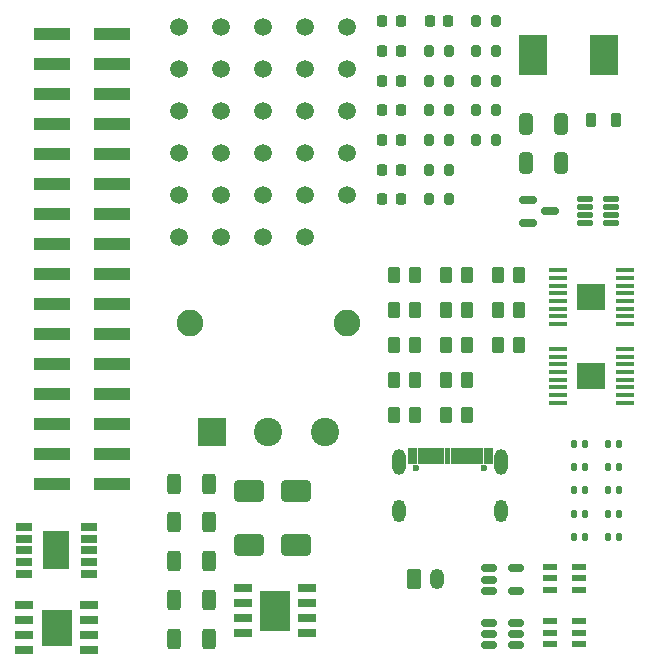
<source format=gbr>
%TF.GenerationSoftware,KiCad,Pcbnew,7.0.11*%
%TF.CreationDate,2025-03-27T12:24:41+02:00*%
%TF.ProjectId,Project,50726f6a-6563-4742-9e6b-696361645f70,rev?*%
%TF.SameCoordinates,Original*%
%TF.FileFunction,Soldermask,Top*%
%TF.FilePolarity,Negative*%
%FSLAX46Y46*%
G04 Gerber Fmt 4.6, Leading zero omitted, Abs format (unit mm)*
G04 Created by KiCad (PCBNEW 7.0.11) date 2025-03-27 12:24:41*
%MOMM*%
%LPD*%
G01*
G04 APERTURE LIST*
G04 Aperture macros list*
%AMRoundRect*
0 Rectangle with rounded corners*
0 $1 Rounding radius*
0 $2 $3 $4 $5 $6 $7 $8 $9 X,Y pos of 4 corners*
0 Add a 4 corners polygon primitive as box body*
4,1,4,$2,$3,$4,$5,$6,$7,$8,$9,$2,$3,0*
0 Add four circle primitives for the rounded corners*
1,1,$1+$1,$2,$3*
1,1,$1+$1,$4,$5*
1,1,$1+$1,$6,$7*
1,1,$1+$1,$8,$9*
0 Add four rect primitives between the rounded corners*
20,1,$1+$1,$2,$3,$4,$5,0*
20,1,$1+$1,$4,$5,$6,$7,0*
20,1,$1+$1,$6,$7,$8,$9,0*
20,1,$1+$1,$8,$9,$2,$3,0*%
G04 Aperture macros list end*
%ADD10C,0.010000*%
%ADD11RoundRect,0.100000X-0.687500X-0.100000X0.687500X-0.100000X0.687500X0.100000X-0.687500X0.100000X0*%
%ADD12R,2.460000X2.310000*%
%ADD13RoundRect,0.150000X-0.512500X-0.150000X0.512500X-0.150000X0.512500X0.150000X-0.512500X0.150000X0*%
%ADD14RoundRect,0.125000X-0.537500X-0.125000X0.537500X-0.125000X0.537500X0.125000X-0.537500X0.125000X0*%
%ADD15C,1.500000*%
%ADD16R,2.400000X2.400000*%
%ADD17C,2.400000*%
%ADD18C,2.250000*%
%ADD19RoundRect,0.250000X-0.312500X-0.625000X0.312500X-0.625000X0.312500X0.625000X-0.312500X0.625000X0*%
%ADD20RoundRect,0.200000X-0.200000X-0.275000X0.200000X-0.275000X0.200000X0.275000X-0.200000X0.275000X0*%
%ADD21RoundRect,0.250000X-0.262500X-0.450000X0.262500X-0.450000X0.262500X0.450000X-0.262500X0.450000X0*%
%ADD22RoundRect,0.150000X-0.587500X-0.150000X0.587500X-0.150000X0.587500X0.150000X-0.587500X0.150000X0*%
%ADD23RoundRect,0.218750X-0.218750X-0.381250X0.218750X-0.381250X0.218750X0.381250X-0.218750X0.381250X0*%
%ADD24R,2.350000X3.500000*%
%ADD25RoundRect,0.250000X-0.350000X-0.625000X0.350000X-0.625000X0.350000X0.625000X-0.350000X0.625000X0*%
%ADD26O,1.200000X1.750000*%
%ADD27C,0.600000*%
%ADD28O,1.104000X2.204000*%
%ADD29O,1.104000X1.904000*%
%ADD30R,3.150000X1.000000*%
%ADD31R,1.250000X0.600000*%
%ADD32R,1.525000X0.700000*%
%ADD33R,2.513000X3.402000*%
%ADD34R,1.525000X0.650000*%
%ADD35R,2.600000X3.100000*%
%ADD36R,1.400000X0.700000*%
%ADD37R,2.300000X3.200000*%
%ADD38RoundRect,0.250000X-1.000000X-0.650000X1.000000X-0.650000X1.000000X0.650000X-1.000000X0.650000X0*%
%ADD39RoundRect,0.250000X-0.325000X-0.650000X0.325000X-0.650000X0.325000X0.650000X-0.325000X0.650000X0*%
%ADD40RoundRect,0.225000X-0.225000X-0.250000X0.225000X-0.250000X0.225000X0.250000X-0.225000X0.250000X0*%
%ADD41RoundRect,0.140000X-0.140000X-0.170000X0.140000X-0.170000X0.140000X0.170000X-0.140000X0.170000X0*%
G04 APERTURE END LIST*
%TO.C,J2*%
D10*
X109433500Y-98950000D02*
X109033500Y-98950000D01*
X109033500Y-97710000D01*
X109433500Y-97710000D01*
X109433500Y-98950000D01*
G36*
X109433500Y-98950000D02*
G01*
X109033500Y-98950000D01*
X109033500Y-97710000D01*
X109433500Y-97710000D01*
X109433500Y-98950000D01*
G37*
X109933500Y-98950000D02*
X109533500Y-98950000D01*
X109533500Y-97710000D01*
X109933500Y-97710000D01*
X109933500Y-98950000D01*
G36*
X109933500Y-98950000D02*
G01*
X109533500Y-98950000D01*
X109533500Y-97710000D01*
X109933500Y-97710000D01*
X109933500Y-98950000D01*
G37*
X110433500Y-98950000D02*
X110033500Y-98950000D01*
X110033500Y-97710000D01*
X110433500Y-97710000D01*
X110433500Y-98950000D01*
G36*
X110433500Y-98950000D02*
G01*
X110033500Y-98950000D01*
X110033500Y-97710000D01*
X110433500Y-97710000D01*
X110433500Y-98950000D01*
G37*
X112933500Y-98950000D02*
X112533500Y-98950000D01*
X112533500Y-97710000D01*
X112933500Y-97710000D01*
X112933500Y-98950000D01*
G36*
X112933500Y-98950000D02*
G01*
X112533500Y-98950000D01*
X112533500Y-97710000D01*
X112933500Y-97710000D01*
X112933500Y-98950000D01*
G37*
X112433500Y-98950000D02*
X112033500Y-98950000D01*
X112033500Y-97710000D01*
X112433500Y-97710000D01*
X112433500Y-98950000D01*
G36*
X112433500Y-98950000D02*
G01*
X112033500Y-98950000D01*
X112033500Y-97710000D01*
X112433500Y-97710000D01*
X112433500Y-98950000D01*
G37*
X111933500Y-98950000D02*
X111533500Y-98950000D01*
X111533500Y-97710000D01*
X111933500Y-97710000D01*
X111933500Y-98950000D01*
G36*
X111933500Y-98950000D02*
G01*
X111533500Y-98950000D01*
X111533500Y-97710000D01*
X111933500Y-97710000D01*
X111933500Y-98950000D01*
G37*
X110933500Y-98950000D02*
X110533500Y-98950000D01*
X110533500Y-97710000D01*
X110933500Y-97710000D01*
X110933500Y-98950000D01*
G36*
X110933500Y-98950000D02*
G01*
X110533500Y-98950000D01*
X110533500Y-97710000D01*
X110933500Y-97710000D01*
X110933500Y-98950000D01*
G37*
X111433500Y-98950000D02*
X111033500Y-98950000D01*
X111033500Y-97710000D01*
X111433500Y-97710000D01*
X111433500Y-98950000D01*
G36*
X111433500Y-98950000D02*
G01*
X111033500Y-98950000D01*
X111033500Y-97710000D01*
X111433500Y-97710000D01*
X111433500Y-98950000D01*
G37*
X108133500Y-98950000D02*
X107433500Y-98950000D01*
X107433500Y-97710000D01*
X108133500Y-97710000D01*
X108133500Y-98950000D01*
G36*
X108133500Y-98950000D02*
G01*
X107433500Y-98950000D01*
X107433500Y-97710000D01*
X108133500Y-97710000D01*
X108133500Y-98950000D01*
G37*
X114533500Y-98950000D02*
X113833500Y-98950000D01*
X113833500Y-97710000D01*
X114533500Y-97710000D01*
X114533500Y-98950000D01*
G36*
X114533500Y-98950000D02*
G01*
X113833500Y-98950000D01*
X113833500Y-97710000D01*
X114533500Y-97710000D01*
X114533500Y-98950000D01*
G37*
X108933500Y-98950000D02*
X108233500Y-98950000D01*
X108233500Y-97710000D01*
X108933500Y-97710000D01*
X108933500Y-98950000D01*
G36*
X108933500Y-98950000D02*
G01*
X108233500Y-98950000D01*
X108233500Y-97710000D01*
X108933500Y-97710000D01*
X108933500Y-98950000D01*
G37*
X113733500Y-98950000D02*
X113033500Y-98950000D01*
X113033500Y-97710000D01*
X113733500Y-97710000D01*
X113733500Y-98950000D01*
G36*
X113733500Y-98950000D02*
G01*
X113033500Y-98950000D01*
X113033500Y-97710000D01*
X113733500Y-97710000D01*
X113733500Y-98950000D01*
G37*
%TD*%
D11*
%TO.C,U5*%
X120087500Y-89315000D03*
X120087500Y-89965000D03*
X120087500Y-90615000D03*
X120087500Y-91265000D03*
X120087500Y-91915000D03*
X120087500Y-92565000D03*
X120087500Y-93215000D03*
X120087500Y-93865000D03*
X125812500Y-93865000D03*
X125812500Y-93215000D03*
X125812500Y-92565000D03*
X125812500Y-91915000D03*
X125812500Y-91265000D03*
X125812500Y-90615000D03*
X125812500Y-89965000D03*
X125812500Y-89315000D03*
D12*
X122950000Y-91590000D03*
%TD*%
D11*
%TO.C,U4*%
X120087500Y-82675000D03*
X120087500Y-83325000D03*
X120087500Y-83975000D03*
X120087500Y-84625000D03*
X120087500Y-85275000D03*
X120087500Y-85925000D03*
X120087500Y-86575000D03*
X120087500Y-87225000D03*
X125812500Y-87225000D03*
X125812500Y-86575000D03*
X125812500Y-85925000D03*
X125812500Y-85275000D03*
X125812500Y-84625000D03*
X125812500Y-83975000D03*
X125812500Y-83325000D03*
X125812500Y-82675000D03*
D12*
X122950000Y-84950000D03*
%TD*%
D13*
%TO.C,U3*%
X114307500Y-112525000D03*
X114307500Y-113475000D03*
X114307500Y-114425000D03*
X116582500Y-114425000D03*
X116582500Y-113475000D03*
X116582500Y-112525000D03*
%TD*%
%TO.C,U2*%
X114307500Y-107900000D03*
X114307500Y-108850000D03*
X114307500Y-109800000D03*
X116582500Y-109800000D03*
X116582500Y-107900000D03*
%TD*%
D14*
%TO.C,U1*%
X122377500Y-76670000D03*
X122377500Y-77320000D03*
X122377500Y-77970000D03*
X122377500Y-78620000D03*
X124652500Y-78620000D03*
X124652500Y-77970000D03*
X124652500Y-77320000D03*
X124652500Y-76670000D03*
%TD*%
D15*
%TO.C,TP29*%
X102245000Y-76305000D03*
%TD*%
%TO.C,TP28*%
X102245000Y-72755000D03*
%TD*%
%TO.C,TP27*%
X102245000Y-69205000D03*
%TD*%
%TO.C,TP26*%
X102245000Y-65655000D03*
%TD*%
%TO.C,TP25*%
X102245000Y-62105000D03*
%TD*%
%TO.C,TP24*%
X98695000Y-79855000D03*
%TD*%
%TO.C,TP23*%
X98695000Y-76305000D03*
%TD*%
%TO.C,TP22*%
X98695000Y-72755000D03*
%TD*%
%TO.C,TP21*%
X98695000Y-69205000D03*
%TD*%
%TO.C,TP20*%
X98695000Y-65655000D03*
%TD*%
%TO.C,TP19*%
X98695000Y-62105000D03*
%TD*%
%TO.C,TP18*%
X95145000Y-79855000D03*
%TD*%
%TO.C,TP17*%
X95145000Y-76305000D03*
%TD*%
%TO.C,TP16*%
X95145000Y-72755000D03*
%TD*%
%TO.C,TP15*%
X95145000Y-69205000D03*
%TD*%
%TO.C,TP14*%
X95145000Y-65655000D03*
%TD*%
%TO.C,TP13*%
X95145000Y-62105000D03*
%TD*%
%TO.C,TP12*%
X91595000Y-79855000D03*
%TD*%
%TO.C,TP11*%
X91595000Y-76305000D03*
%TD*%
%TO.C,TP10*%
X91595000Y-72755000D03*
%TD*%
%TO.C,TP9*%
X91595000Y-69205000D03*
%TD*%
%TO.C,TP8*%
X91595000Y-65655000D03*
%TD*%
%TO.C,TP7*%
X91595000Y-62105000D03*
%TD*%
%TO.C,TP6*%
X88045000Y-79855000D03*
%TD*%
%TO.C,TP5*%
X88045000Y-76305000D03*
%TD*%
%TO.C,TP4*%
X88045000Y-72755000D03*
%TD*%
%TO.C,TP3*%
X88045000Y-69205000D03*
%TD*%
%TO.C,TP2*%
X88045000Y-65655000D03*
%TD*%
%TO.C,TP1*%
X88045000Y-62105000D03*
%TD*%
D16*
%TO.C,S1*%
X90795000Y-96330000D03*
D17*
X95595000Y-96330000D03*
X100395000Y-96330000D03*
D18*
X88945000Y-87130000D03*
X102245000Y-87130000D03*
%TD*%
D19*
%TO.C,R28*%
X87612500Y-113885000D03*
X90537500Y-113885000D03*
%TD*%
%TO.C,R27*%
X87612500Y-110595000D03*
X90537500Y-110595000D03*
%TD*%
%TO.C,R26*%
X87612500Y-107305000D03*
X90537500Y-107305000D03*
%TD*%
D20*
%TO.C,R25*%
X113220000Y-71625000D03*
X114870000Y-71625000D03*
%TD*%
%TO.C,R24*%
X113220000Y-69115000D03*
X114870000Y-69115000D03*
%TD*%
%TO.C,R23*%
X113220000Y-66605000D03*
X114870000Y-66605000D03*
%TD*%
%TO.C,R22*%
X113220000Y-64095000D03*
X114870000Y-64095000D03*
%TD*%
%TO.C,R21*%
X113220000Y-61585000D03*
X114870000Y-61585000D03*
%TD*%
%TO.C,R20*%
X109210000Y-76645000D03*
X110860000Y-76645000D03*
%TD*%
%TO.C,R19*%
X109210000Y-74135000D03*
X110860000Y-74135000D03*
%TD*%
%TO.C,R18*%
X109210000Y-71625000D03*
X110860000Y-71625000D03*
%TD*%
D21*
%TO.C,R17*%
X115032500Y-89005000D03*
X116857500Y-89005000D03*
%TD*%
%TO.C,R16*%
X115032500Y-86055000D03*
X116857500Y-86055000D03*
%TD*%
%TO.C,R15*%
X115032500Y-83105000D03*
X116857500Y-83105000D03*
%TD*%
%TO.C,R14*%
X110622500Y-94905000D03*
X112447500Y-94905000D03*
%TD*%
%TO.C,R13*%
X110622500Y-91955000D03*
X112447500Y-91955000D03*
%TD*%
%TO.C,R12*%
X110622500Y-89005000D03*
X112447500Y-89005000D03*
%TD*%
%TO.C,R11*%
X110622500Y-86055000D03*
X112447500Y-86055000D03*
%TD*%
%TO.C,R10*%
X110622500Y-83105000D03*
X112447500Y-83105000D03*
%TD*%
D19*
%TO.C,R9*%
X87612500Y-104015000D03*
X90537500Y-104015000D03*
%TD*%
D21*
%TO.C,R8*%
X106212500Y-94905000D03*
X108037500Y-94905000D03*
%TD*%
D19*
%TO.C,R7*%
X87612500Y-100725000D03*
X90537500Y-100725000D03*
%TD*%
D20*
%TO.C,R6*%
X109210000Y-69115000D03*
X110860000Y-69115000D03*
%TD*%
D21*
%TO.C,R5*%
X106212500Y-91955000D03*
X108037500Y-91955000D03*
%TD*%
D20*
%TO.C,R4*%
X109210000Y-66605000D03*
X110860000Y-66605000D03*
%TD*%
D21*
%TO.C,R3*%
X106212500Y-89005000D03*
X108037500Y-89005000D03*
%TD*%
%TO.C,R2*%
X106212500Y-86055000D03*
X108037500Y-86055000D03*
%TD*%
D20*
%TO.C,R1*%
X109210000Y-64095000D03*
X110860000Y-64095000D03*
%TD*%
D22*
%TO.C,Q1*%
X117557500Y-76720000D03*
X117557500Y-78620000D03*
X119432500Y-77670000D03*
%TD*%
D23*
%TO.C,L2*%
X122912500Y-69945000D03*
X125037500Y-69945000D03*
%TD*%
D24*
%TO.C,L1*%
X118000000Y-64450000D03*
X124050000Y-64450000D03*
%TD*%
D25*
%TO.C,J3*%
X107895000Y-108825000D03*
D26*
X109895000Y-108825000D03*
%TD*%
D27*
%TO.C,J2*%
X108093500Y-99400000D03*
X113873500Y-99400000D03*
D28*
X106658500Y-98910000D03*
X115308500Y-98910000D03*
D29*
X106658500Y-103080000D03*
X115308500Y-103080000D03*
%TD*%
D30*
%TO.C,J1*%
X77320000Y-62655000D03*
X82370000Y-62655000D03*
X77320000Y-65195000D03*
X82370000Y-65195000D03*
X77320000Y-67735000D03*
X82370000Y-67735000D03*
X77320000Y-70275000D03*
X82370000Y-70275000D03*
X77320000Y-72815000D03*
X82370000Y-72815000D03*
X77320000Y-75355000D03*
X82370000Y-75355000D03*
X77320000Y-77895000D03*
X82370000Y-77895000D03*
X77320000Y-80435000D03*
X82370000Y-80435000D03*
X77320000Y-82975000D03*
X82370000Y-82975000D03*
X77320000Y-85515000D03*
X82370000Y-85515000D03*
X77320000Y-88055000D03*
X82370000Y-88055000D03*
X77320000Y-90595000D03*
X82370000Y-90595000D03*
X77320000Y-93135000D03*
X82370000Y-93135000D03*
X77320000Y-95675000D03*
X82370000Y-95675000D03*
X77320000Y-98215000D03*
X82370000Y-98215000D03*
X77320000Y-100755000D03*
X82370000Y-100755000D03*
%TD*%
D31*
%TO.C,IC6*%
X119420000Y-112400000D03*
X119420000Y-113350000D03*
X119420000Y-114300000D03*
X121920000Y-114300000D03*
X121920000Y-113350000D03*
X121920000Y-112400000D03*
%TD*%
D32*
%TO.C,IC4*%
X93418000Y-109600000D03*
X93418000Y-110870000D03*
X93418000Y-112140000D03*
X93418000Y-113410000D03*
X98842000Y-113410000D03*
X98842000Y-112140000D03*
X98842000Y-110870000D03*
X98842000Y-109600000D03*
D33*
X96130000Y-111505000D03*
%TD*%
D34*
%TO.C,IC3*%
X74958000Y-111020000D03*
X74958000Y-112290000D03*
X74958000Y-113560000D03*
X74958000Y-114830000D03*
X80382000Y-114830000D03*
X80382000Y-113560000D03*
X80382000Y-112290000D03*
X80382000Y-111020000D03*
D35*
X77670000Y-112925000D03*
%TD*%
D31*
%TO.C,IC2*%
X119420000Y-107800000D03*
X119420000Y-108750000D03*
X119420000Y-109700000D03*
X121920000Y-109700000D03*
X121920000Y-108750000D03*
X121920000Y-107800000D03*
%TD*%
D36*
%TO.C,IC1*%
X74895000Y-104380000D03*
X74895000Y-105380000D03*
X74895000Y-106380000D03*
X74895000Y-107380000D03*
X74895000Y-108380000D03*
X80395000Y-108380000D03*
X80395000Y-107380000D03*
X80395000Y-106380000D03*
X80395000Y-105380000D03*
X80395000Y-104380000D03*
D37*
X77645000Y-106380000D03*
%TD*%
D38*
%TO.C,D3*%
X93950000Y-105905000D03*
X97950000Y-105905000D03*
%TD*%
%TO.C,D1*%
X93950000Y-101355000D03*
X97950000Y-101355000D03*
%TD*%
D39*
%TO.C,C21*%
X117400000Y-73595000D03*
X120350000Y-73595000D03*
%TD*%
D40*
%TO.C,C20*%
X109260000Y-61585000D03*
X110810000Y-61585000D03*
%TD*%
%TO.C,C19*%
X105250000Y-76645000D03*
X106800000Y-76645000D03*
%TD*%
%TO.C,C18*%
X105250000Y-74135000D03*
X106800000Y-74135000D03*
%TD*%
D41*
%TO.C,C17*%
X124365000Y-105245000D03*
X125325000Y-105245000D03*
%TD*%
%TO.C,C16*%
X124365000Y-103275000D03*
X125325000Y-103275000D03*
%TD*%
D40*
%TO.C,C15*%
X105250000Y-71625000D03*
X106800000Y-71625000D03*
%TD*%
D41*
%TO.C,C14*%
X124365000Y-101305000D03*
X125325000Y-101305000D03*
%TD*%
%TO.C,C13*%
X124365000Y-99335000D03*
X125325000Y-99335000D03*
%TD*%
%TO.C,C12*%
X124365000Y-97365000D03*
X125325000Y-97365000D03*
%TD*%
%TO.C,C11*%
X121495000Y-105245000D03*
X122455000Y-105245000D03*
%TD*%
D40*
%TO.C,C10*%
X105250000Y-69115000D03*
X106800000Y-69115000D03*
%TD*%
%TO.C,C9*%
X105250000Y-66605000D03*
X106800000Y-66605000D03*
%TD*%
D41*
%TO.C,C8*%
X121495000Y-103275000D03*
X122455000Y-103275000D03*
%TD*%
%TO.C,C7*%
X121495000Y-101305000D03*
X122455000Y-101305000D03*
%TD*%
%TO.C,C6*%
X121495000Y-99335000D03*
X122455000Y-99335000D03*
%TD*%
D39*
%TO.C,C5*%
X117400000Y-70245000D03*
X120350000Y-70245000D03*
%TD*%
D40*
%TO.C,C4*%
X105250000Y-64095000D03*
X106800000Y-64095000D03*
%TD*%
D41*
%TO.C,C3*%
X121495000Y-97365000D03*
X122455000Y-97365000D03*
%TD*%
D40*
%TO.C,C2*%
X105250000Y-61585000D03*
X106800000Y-61585000D03*
%TD*%
D21*
%TO.C,C1*%
X106212500Y-83105000D03*
X108037500Y-83105000D03*
%TD*%
M02*

</source>
